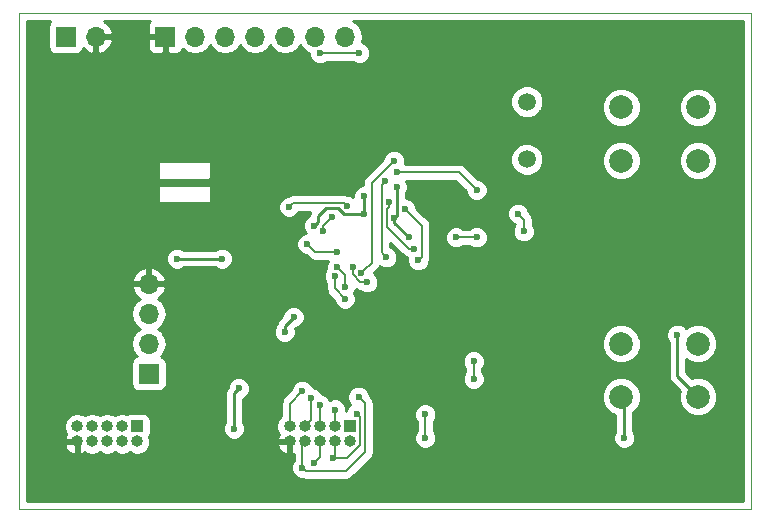
<source format=gbr>
G04 #@! TF.FileFunction,Copper,L2,Bot,Signal*
%FSLAX46Y46*%
G04 Gerber Fmt 4.6, Leading zero omitted, Abs format (unit mm)*
G04 Created by KiCad (PCBNEW 4.0.7) date 06/22/18 13:57:38*
%MOMM*%
%LPD*%
G01*
G04 APERTURE LIST*
%ADD10C,0.100000*%
%ADD11R,1.000000X1.000000*%
%ADD12O,1.000000X1.000000*%
%ADD13R,1.700000X1.700000*%
%ADD14O,1.700000X1.700000*%
%ADD15C,2.000000*%
%ADD16C,1.500000*%
%ADD17C,0.600000*%
%ADD18C,0.220000*%
%ADD19C,0.203000*%
%ADD20C,0.254000*%
G04 APERTURE END LIST*
D10*
X112000000Y-40000000D02*
X50000000Y-40000000D01*
X112000000Y-82000000D02*
X112000000Y-40000000D01*
X50000000Y-82000000D02*
X112000000Y-82000000D01*
X50000000Y-40000000D02*
X50000000Y-82000000D01*
D11*
X60000000Y-75000000D03*
D12*
X60000000Y-76270000D03*
X58730000Y-75000000D03*
X58730000Y-76270000D03*
X57460000Y-75000000D03*
X57460000Y-76270000D03*
X56190000Y-75000000D03*
X56190000Y-76270000D03*
X54920000Y-75000000D03*
X54920000Y-76270000D03*
D13*
X61000000Y-70540000D03*
D14*
X61000000Y-68000000D03*
X61000000Y-65460000D03*
X61000000Y-62920000D03*
D11*
X78000000Y-75000000D03*
D12*
X78000000Y-76270000D03*
X76730000Y-75000000D03*
X76730000Y-76270000D03*
X75460000Y-75000000D03*
X75460000Y-76270000D03*
X74190000Y-75000000D03*
X74190000Y-76270000D03*
X72920000Y-75000000D03*
X72920000Y-76270000D03*
D13*
X53960000Y-42000000D03*
D14*
X56500000Y-42000000D03*
D15*
X101000000Y-52500000D03*
X101000000Y-48000000D03*
X107500000Y-52500000D03*
X107500000Y-48000000D03*
X101000000Y-72500000D03*
X101000000Y-68000000D03*
X107500000Y-72500000D03*
X107500000Y-68000000D03*
D13*
X62380000Y-42000000D03*
D14*
X64920000Y-42000000D03*
X67460000Y-42000000D03*
X70000000Y-42000000D03*
X72540000Y-42000000D03*
X75080000Y-42000000D03*
X77620000Y-42000000D03*
D16*
X93000000Y-47520000D03*
X93000000Y-52400000D03*
D17*
X84800000Y-79600000D03*
X84600000Y-80800000D03*
X83800000Y-69200000D03*
X85800000Y-69400000D03*
X70960010Y-70000000D03*
X81015906Y-63483377D03*
X87000000Y-60500000D03*
X73750000Y-50750000D03*
X75000000Y-50750000D03*
X59250000Y-46250000D03*
X59250000Y-43000000D03*
X59250000Y-44750000D03*
X77393977Y-52250342D03*
X79000000Y-52250000D03*
X57500000Y-55500000D03*
X52750000Y-47500000D03*
X80721969Y-61750000D03*
X85500000Y-58500000D03*
X66375000Y-70000000D03*
X63500000Y-69000000D03*
X66500000Y-68000000D03*
X57500000Y-58750000D03*
X57500000Y-57000000D03*
X56750000Y-57750000D03*
X54500000Y-49250000D03*
X54500000Y-46250000D03*
X87000000Y-46000000D03*
X85250000Y-46000000D03*
X85250000Y-47500000D03*
X85250000Y-49000000D03*
X87000000Y-49000000D03*
X85500000Y-54500000D03*
X72250000Y-62750000D03*
X72500000Y-64000000D03*
X73500000Y-62500000D03*
X74000000Y-56999998D03*
X72500000Y-48750000D03*
X91250000Y-48750000D03*
X91750000Y-50750000D03*
X109250000Y-74250000D03*
X110750000Y-74250000D03*
X110000000Y-73500000D03*
X96750000Y-81000000D03*
X96750000Y-79500000D03*
X92750000Y-81000000D03*
X92750000Y-80000000D03*
X91000000Y-80000000D03*
X68200000Y-75200000D03*
X68600000Y-71800000D03*
X81771920Y-57406018D03*
X73250000Y-65750000D03*
X72500000Y-67000000D03*
X105750000Y-67250000D03*
X101250000Y-76000000D03*
X79250000Y-55500000D03*
X79250000Y-57000000D03*
X75000000Y-58000000D03*
X83000000Y-59000000D03*
X82000000Y-54750000D03*
X63400000Y-60800000D03*
X67200000Y-60800000D03*
X79000000Y-62000000D03*
X81750000Y-52500000D03*
X79486979Y-62805115D03*
X78250000Y-61500000D03*
X76730376Y-62294159D03*
X77600000Y-64200000D03*
X76500000Y-57250000D03*
X75750000Y-58500000D03*
X75000000Y-78093042D03*
X77598490Y-63166932D03*
X76933714Y-61520420D03*
X74389996Y-59575984D03*
X76916032Y-60250000D03*
X88750000Y-55000000D03*
X82000000Y-53500000D03*
X92250000Y-57000000D03*
X92750000Y-58500000D03*
X84400000Y-76000000D03*
X84400000Y-74000000D03*
X81110010Y-60689414D03*
X81000000Y-54250000D03*
X88500000Y-69500000D03*
X88500000Y-71000000D03*
X72867059Y-56429518D03*
X77806343Y-56389990D03*
X81351510Y-55980337D03*
X83448489Y-59994438D03*
X82708754Y-56601963D03*
X83806343Y-60943657D03*
X88750000Y-59000000D03*
X87000000Y-59000000D03*
X75500000Y-43425000D03*
X78825000Y-43400000D03*
X76756407Y-73579983D03*
X78589171Y-73939835D03*
X76556937Y-77690012D03*
X75484430Y-73176978D03*
X74752607Y-72592470D03*
X78750000Y-72500000D03*
X74000000Y-78500000D03*
X74000000Y-72000000D03*
D18*
X84600000Y-80800000D02*
X84600000Y-79800000D01*
X84600000Y-79800000D02*
X84800000Y-79600000D01*
X85800000Y-69400000D02*
X84000000Y-69400000D01*
X84000000Y-69400000D02*
X83800000Y-69200000D01*
X75000000Y-50750000D02*
X73750000Y-50750000D01*
X59250000Y-44750000D02*
X59250000Y-43000000D01*
X56750000Y-57750000D02*
X57500000Y-57000000D01*
X85250000Y-47500000D02*
X85250000Y-46000000D01*
X87000000Y-49000000D02*
X85250000Y-49000000D01*
X73500000Y-62500000D02*
X73500000Y-63000000D01*
X73500000Y-63000000D02*
X72500000Y-64000000D01*
X72500000Y-48750000D02*
X72500000Y-49500000D01*
X72500000Y-49500000D02*
X73750000Y-50750000D01*
X91750000Y-50750000D02*
X91750000Y-49250000D01*
X91750000Y-49250000D02*
X91250000Y-48750000D01*
X110750000Y-74250000D02*
X109250000Y-74250000D01*
X96750000Y-79500000D02*
X96750000Y-81000000D01*
X91000000Y-80000000D02*
X92750000Y-80000000D01*
X68600000Y-71800000D02*
X68200000Y-72200000D01*
X68200000Y-72200000D02*
X68200000Y-75200000D01*
X81771920Y-57771920D02*
X81771920Y-57406018D01*
X82000000Y-57177938D02*
X81771920Y-57406018D01*
X82000000Y-54750000D02*
X82000000Y-57177938D01*
X83000000Y-59000000D02*
X81771920Y-57771920D01*
X72500000Y-67000000D02*
X72500000Y-66500000D01*
X72500000Y-66500000D02*
X73250000Y-65750000D01*
X107500000Y-72500000D02*
X105750000Y-70750000D01*
X105750000Y-70750000D02*
X105750000Y-67250000D01*
X101250000Y-76000000D02*
X101250000Y-72750000D01*
X101250000Y-72750000D02*
X101000000Y-72500000D01*
X79250000Y-55500000D02*
X79250000Y-57000000D01*
X77500000Y-57000000D02*
X79250000Y-57000000D01*
X77000000Y-56500000D02*
X77500000Y-57000000D01*
X76000000Y-56500000D02*
X77000000Y-56500000D01*
X75299999Y-57200001D02*
X76000000Y-56500000D01*
X75299999Y-57700001D02*
X75299999Y-57200001D01*
X75000000Y-58000000D02*
X75299999Y-57700001D01*
X67200000Y-60800000D02*
X63400000Y-60800000D01*
D19*
X79596987Y-61414789D02*
X79585211Y-61414789D01*
X79585211Y-61414789D02*
X79000000Y-62000000D01*
X81750000Y-52500000D02*
X79851502Y-54398498D01*
X79851502Y-61160274D02*
X79596987Y-61414789D01*
X79851502Y-54398498D02*
X79851502Y-61160274D01*
X79062715Y-62805115D02*
X79486979Y-62805115D01*
X78250000Y-62140224D02*
X78914891Y-62805115D01*
X78914891Y-62805115D02*
X79062715Y-62805115D01*
X78250000Y-61500000D02*
X78250000Y-62140224D01*
X77600000Y-64200000D02*
X76730376Y-63330376D01*
X76730376Y-63330376D02*
X76730376Y-62718423D01*
X76730376Y-62718423D02*
X76730376Y-62294159D01*
X75750000Y-58500000D02*
X75750000Y-58000000D01*
X75750000Y-58000000D02*
X76500000Y-57250000D01*
X75460000Y-77633042D02*
X75000000Y-78093042D01*
X75460000Y-76270000D02*
X75460000Y-77633042D01*
X77598490Y-62185196D02*
X77233713Y-61820419D01*
X77233713Y-61820419D02*
X76933714Y-61520420D01*
X77598490Y-63166932D02*
X77598490Y-62185196D01*
X74689995Y-59875983D02*
X74389996Y-59575984D01*
X76916032Y-60250000D02*
X75064012Y-60250000D01*
X75064012Y-60250000D02*
X74689995Y-59875983D01*
X87250000Y-53500000D02*
X88750000Y-55000000D01*
X86500000Y-53500000D02*
X87250000Y-53500000D01*
X82000000Y-53500000D02*
X86500000Y-53500000D01*
X92750000Y-58500000D02*
X92750000Y-57500000D01*
X92750000Y-57500000D02*
X92250000Y-57000000D01*
X84400000Y-74000000D02*
X84400000Y-76000000D01*
X81000000Y-54250000D02*
X80700001Y-54549999D01*
X80810011Y-60389415D02*
X81110010Y-60689414D01*
X80700001Y-54549999D02*
X80700001Y-60279405D01*
X80700001Y-60279405D02*
X80810011Y-60389415D01*
X88500000Y-71000000D02*
X88500000Y-69500000D01*
X73167058Y-56129519D02*
X72867059Y-56429518D01*
X73208087Y-56088490D02*
X73167058Y-56129519D01*
X77504843Y-56088490D02*
X73208087Y-56088490D01*
X77806343Y-56389990D02*
X77504843Y-56088490D01*
X81153011Y-58123224D02*
X81153011Y-56603100D01*
X83448489Y-59994438D02*
X83024225Y-59994438D01*
X81153011Y-56603100D02*
X81351510Y-56404601D01*
X83024225Y-59994438D02*
X81153011Y-58123224D01*
X81351510Y-56404601D02*
X81351510Y-55980337D01*
X82708754Y-56641244D02*
X82708754Y-56601963D01*
X82549999Y-56799999D02*
X82708754Y-56641244D01*
X83008753Y-56901962D02*
X82708754Y-56601963D01*
X84106342Y-57999551D02*
X83008753Y-56901962D01*
X83806343Y-60943657D02*
X84106342Y-60643658D01*
X84106342Y-60643658D02*
X84106342Y-57999551D01*
X87000000Y-59000000D02*
X88750000Y-59000000D01*
X78825000Y-43400000D02*
X75525000Y-43400000D01*
X75525000Y-43400000D02*
X75500000Y-43425000D01*
X76730000Y-75000000D02*
X76730000Y-73606390D01*
X76730000Y-73606390D02*
X76756407Y-73579983D01*
X78889170Y-74239834D02*
X78589171Y-73939835D01*
X78889170Y-76567052D02*
X78889170Y-74239834D01*
X76556937Y-77690012D02*
X77766210Y-77690012D01*
X77766210Y-77690012D02*
X78889170Y-76567052D01*
X76730000Y-77516949D02*
X76556937Y-77690012D01*
X76730000Y-76270000D02*
X76730000Y-77516949D01*
X75460000Y-73201408D02*
X75484430Y-73176978D01*
X75460000Y-75000000D02*
X75460000Y-73201408D01*
X74752607Y-73016734D02*
X74752607Y-72592470D01*
X74752607Y-74437393D02*
X74752607Y-73016734D01*
X74190000Y-75000000D02*
X74752607Y-74437393D01*
X79292178Y-73402188D02*
X79292178Y-73042178D01*
X79292178Y-73042178D02*
X78750000Y-72500000D01*
X79292178Y-77207822D02*
X79292178Y-73402188D01*
X77700001Y-78799999D02*
X79292178Y-77207822D01*
X74299999Y-78799999D02*
X77700001Y-78799999D01*
X74000000Y-78500000D02*
X74299999Y-78799999D01*
X74000000Y-78500000D02*
X74000000Y-76460000D01*
X74000000Y-76460000D02*
X74190000Y-76270000D01*
X74000000Y-72000000D02*
X72920000Y-73080000D01*
X72920000Y-73080000D02*
X72920000Y-75000000D01*
D20*
G36*
X52658559Y-40685910D02*
X52513569Y-40898110D01*
X52462560Y-41150000D01*
X52462560Y-42850000D01*
X52506838Y-43085317D01*
X52645910Y-43301441D01*
X52858110Y-43446431D01*
X53110000Y-43497440D01*
X54810000Y-43497440D01*
X55045317Y-43453162D01*
X55261441Y-43314090D01*
X55406431Y-43101890D01*
X55428301Y-42993893D01*
X55733076Y-43271645D01*
X56143110Y-43441476D01*
X56373000Y-43320155D01*
X56373000Y-42127000D01*
X56627000Y-42127000D01*
X56627000Y-43320155D01*
X56856890Y-43441476D01*
X57266924Y-43271645D01*
X57695183Y-42881358D01*
X57941486Y-42356892D01*
X57904145Y-42285750D01*
X60895000Y-42285750D01*
X60895000Y-42976309D01*
X60991673Y-43209698D01*
X61170301Y-43388327D01*
X61403690Y-43485000D01*
X62094250Y-43485000D01*
X62253000Y-43326250D01*
X62253000Y-42127000D01*
X61053750Y-42127000D01*
X60895000Y-42285750D01*
X57904145Y-42285750D01*
X57820819Y-42127000D01*
X56627000Y-42127000D01*
X56373000Y-42127000D01*
X56353000Y-42127000D01*
X56353000Y-41873000D01*
X56373000Y-41873000D01*
X56373000Y-41853000D01*
X56627000Y-41853000D01*
X56627000Y-41873000D01*
X57820819Y-41873000D01*
X57941486Y-41643108D01*
X57695183Y-41118642D01*
X57266924Y-40728355D01*
X57162249Y-40685000D01*
X61096974Y-40685000D01*
X60991673Y-40790302D01*
X60895000Y-41023691D01*
X60895000Y-41714250D01*
X61053750Y-41873000D01*
X62253000Y-41873000D01*
X62253000Y-41853000D01*
X62507000Y-41853000D01*
X62507000Y-41873000D01*
X62527000Y-41873000D01*
X62527000Y-42127000D01*
X62507000Y-42127000D01*
X62507000Y-43326250D01*
X62665750Y-43485000D01*
X63356310Y-43485000D01*
X63589699Y-43388327D01*
X63768327Y-43209698D01*
X63840597Y-43035223D01*
X63869946Y-43079147D01*
X64351715Y-43401054D01*
X64920000Y-43514093D01*
X65488285Y-43401054D01*
X65970054Y-43079147D01*
X66190000Y-42749974D01*
X66409946Y-43079147D01*
X66891715Y-43401054D01*
X67460000Y-43514093D01*
X68028285Y-43401054D01*
X68510054Y-43079147D01*
X68730000Y-42749974D01*
X68949946Y-43079147D01*
X69431715Y-43401054D01*
X70000000Y-43514093D01*
X70568285Y-43401054D01*
X71050054Y-43079147D01*
X71270000Y-42749974D01*
X71489946Y-43079147D01*
X71971715Y-43401054D01*
X72540000Y-43514093D01*
X73108285Y-43401054D01*
X73590054Y-43079147D01*
X73810000Y-42749974D01*
X74029946Y-43079147D01*
X74511715Y-43401054D01*
X74565011Y-43411655D01*
X74564838Y-43610167D01*
X74706883Y-43953943D01*
X74969673Y-44217192D01*
X75313201Y-44359838D01*
X75685167Y-44360162D01*
X76028943Y-44218117D01*
X76110703Y-44136500D01*
X78239078Y-44136500D01*
X78294673Y-44192192D01*
X78638201Y-44334838D01*
X79010167Y-44335162D01*
X79353943Y-44193117D01*
X79617192Y-43930327D01*
X79759838Y-43586799D01*
X79760162Y-43214833D01*
X79618117Y-42871057D01*
X79355327Y-42607808D01*
X79017767Y-42467640D01*
X79105000Y-42029093D01*
X79105000Y-41970907D01*
X78991961Y-41402622D01*
X78670054Y-40920853D01*
X78317074Y-40685000D01*
X111315000Y-40685000D01*
X111315000Y-81315000D01*
X50685000Y-81315000D01*
X50685000Y-76571877D01*
X53825868Y-76571877D01*
X54024677Y-76967604D01*
X54359791Y-77257127D01*
X54618126Y-77364119D01*
X54793000Y-77237954D01*
X54793000Y-76397000D01*
X53950865Y-76397000D01*
X53825868Y-76571877D01*
X50685000Y-76571877D01*
X50685000Y-74977764D01*
X53785000Y-74977764D01*
X53785000Y-75022236D01*
X53871397Y-75456582D01*
X53992104Y-75637232D01*
X53825868Y-75968123D01*
X53950865Y-76143000D01*
X54793000Y-76143000D01*
X54793000Y-76131974D01*
X54920000Y-76157236D01*
X55047000Y-76131974D01*
X55047000Y-76143000D01*
X55067000Y-76143000D01*
X55067000Y-76187436D01*
X55055000Y-76247764D01*
X55055000Y-76292236D01*
X55067000Y-76352564D01*
X55067000Y-76397000D01*
X55047000Y-76397000D01*
X55047000Y-77237954D01*
X55221874Y-77364119D01*
X55480209Y-77257127D01*
X55545696Y-77200549D01*
X55755654Y-77340839D01*
X56190000Y-77427236D01*
X56624346Y-77340839D01*
X56825000Y-77206766D01*
X57025654Y-77340839D01*
X57460000Y-77427236D01*
X57894346Y-77340839D01*
X58095000Y-77206766D01*
X58295654Y-77340839D01*
X58730000Y-77427236D01*
X59164346Y-77340839D01*
X59365000Y-77206766D01*
X59565654Y-77340839D01*
X60000000Y-77427236D01*
X60434346Y-77340839D01*
X60802566Y-77094802D01*
X61048603Y-76726582D01*
X61079375Y-76571877D01*
X71825868Y-76571877D01*
X72024677Y-76967604D01*
X72359791Y-77257127D01*
X72618126Y-77364119D01*
X72793000Y-77237954D01*
X72793000Y-76397000D01*
X71950865Y-76397000D01*
X71825868Y-76571877D01*
X61079375Y-76571877D01*
X61135000Y-76292236D01*
X61135000Y-76247764D01*
X61049908Y-75819979D01*
X61096431Y-75751890D01*
X61147440Y-75500000D01*
X61147440Y-75385167D01*
X67264838Y-75385167D01*
X67406883Y-75728943D01*
X67669673Y-75992192D01*
X68013201Y-76134838D01*
X68385167Y-76135162D01*
X68728943Y-75993117D01*
X68992192Y-75730327D01*
X69134838Y-75386799D01*
X69135162Y-75014833D01*
X69119846Y-74977764D01*
X71785000Y-74977764D01*
X71785000Y-75022236D01*
X71871397Y-75456582D01*
X71992104Y-75637232D01*
X71825868Y-75968123D01*
X71950865Y-76143000D01*
X72793000Y-76143000D01*
X72793000Y-76131974D01*
X72920000Y-76157236D01*
X73047000Y-76131974D01*
X73047000Y-76143000D01*
X73067000Y-76143000D01*
X73067000Y-76187436D01*
X73055000Y-76247764D01*
X73055000Y-76292236D01*
X73067000Y-76352564D01*
X73067000Y-76397000D01*
X73047000Y-76397000D01*
X73047000Y-77237954D01*
X73221874Y-77364119D01*
X73263500Y-77346879D01*
X73263500Y-77914078D01*
X73207808Y-77969673D01*
X73065162Y-78313201D01*
X73064838Y-78685167D01*
X73206883Y-79028943D01*
X73469673Y-79292192D01*
X73813201Y-79434838D01*
X73950089Y-79434957D01*
X74018153Y-79480436D01*
X74299999Y-79536499D01*
X77700001Y-79536499D01*
X77981847Y-79480436D01*
X78220785Y-79320783D01*
X79812962Y-77728606D01*
X79972615Y-77489669D01*
X80028678Y-77207822D01*
X80028678Y-74185167D01*
X83464838Y-74185167D01*
X83606883Y-74528943D01*
X83663500Y-74585659D01*
X83663500Y-75414078D01*
X83607808Y-75469673D01*
X83465162Y-75813201D01*
X83464838Y-76185167D01*
X83606883Y-76528943D01*
X83869673Y-76792192D01*
X84213201Y-76934838D01*
X84585167Y-76935162D01*
X84928943Y-76793117D01*
X85192192Y-76530327D01*
X85334838Y-76186799D01*
X85335162Y-75814833D01*
X85193117Y-75471057D01*
X85136500Y-75414341D01*
X85136500Y-74585922D01*
X85192192Y-74530327D01*
X85334838Y-74186799D01*
X85335162Y-73814833D01*
X85193117Y-73471057D01*
X84930327Y-73207808D01*
X84586799Y-73065162D01*
X84214833Y-73064838D01*
X83871057Y-73206883D01*
X83607808Y-73469673D01*
X83465162Y-73813201D01*
X83464838Y-74185167D01*
X80028678Y-74185167D01*
X80028678Y-73042178D01*
X79985239Y-72823795D01*
X99364716Y-72823795D01*
X99613106Y-73424943D01*
X100072637Y-73885278D01*
X100505000Y-74064810D01*
X100505000Y-75422563D01*
X100457808Y-75469673D01*
X100315162Y-75813201D01*
X100314838Y-76185167D01*
X100456883Y-76528943D01*
X100719673Y-76792192D01*
X101063201Y-76934838D01*
X101435167Y-76935162D01*
X101778943Y-76793117D01*
X102042192Y-76530327D01*
X102184838Y-76186799D01*
X102185162Y-75814833D01*
X102043117Y-75471057D01*
X101995000Y-75422856D01*
X101995000Y-73816959D01*
X102385278Y-73427363D01*
X102634716Y-72826648D01*
X102635284Y-72176205D01*
X102386894Y-71575057D01*
X101927363Y-71114722D01*
X101326648Y-70865284D01*
X100676205Y-70864716D01*
X100075057Y-71113106D01*
X99614722Y-71572637D01*
X99365284Y-72173352D01*
X99364716Y-72823795D01*
X79985239Y-72823795D01*
X79972615Y-72760332D01*
X79812962Y-72521394D01*
X79685093Y-72393525D01*
X79685162Y-72314833D01*
X79543117Y-71971057D01*
X79280327Y-71707808D01*
X78936799Y-71565162D01*
X78564833Y-71564838D01*
X78221057Y-71706883D01*
X77957808Y-71969673D01*
X77815162Y-72313201D01*
X77814838Y-72685167D01*
X77956883Y-73028943D01*
X78070299Y-73142557D01*
X78060228Y-73146718D01*
X77796979Y-73409508D01*
X77691335Y-73663927D01*
X77691569Y-73394816D01*
X77549524Y-73051040D01*
X77286734Y-72787791D01*
X76943206Y-72645145D01*
X76571240Y-72644821D01*
X76319242Y-72748944D01*
X76277547Y-72648035D01*
X76014757Y-72384786D01*
X75671229Y-72242140D01*
X75619507Y-72242095D01*
X75545724Y-72063527D01*
X75282934Y-71800278D01*
X74939406Y-71657632D01*
X74870183Y-71657572D01*
X74793117Y-71471057D01*
X74530327Y-71207808D01*
X74186799Y-71065162D01*
X73814833Y-71064838D01*
X73471057Y-71206883D01*
X73207808Y-71469673D01*
X73065162Y-71813201D01*
X73065092Y-71893340D01*
X72399216Y-72559216D01*
X72239563Y-72798154D01*
X72183500Y-73080000D01*
X72183500Y-74131054D01*
X72117434Y-74175198D01*
X71871397Y-74543418D01*
X71785000Y-74977764D01*
X69119846Y-74977764D01*
X68993117Y-74671057D01*
X68945000Y-74622856D01*
X68945000Y-72669121D01*
X69128943Y-72593117D01*
X69392192Y-72330327D01*
X69534838Y-71986799D01*
X69535162Y-71614833D01*
X69393117Y-71271057D01*
X69130327Y-71007808D01*
X68786799Y-70865162D01*
X68414833Y-70864838D01*
X68071057Y-71006883D01*
X67807808Y-71269673D01*
X67665162Y-71613201D01*
X67665099Y-71685336D01*
X67511710Y-71914901D01*
X67454999Y-72200000D01*
X67455000Y-72200005D01*
X67455000Y-74622563D01*
X67407808Y-74669673D01*
X67265162Y-75013201D01*
X67264838Y-75385167D01*
X61147440Y-75385167D01*
X61147440Y-74500000D01*
X61103162Y-74264683D01*
X60964090Y-74048559D01*
X60751890Y-73903569D01*
X60500000Y-73852560D01*
X59500000Y-73852560D01*
X59264683Y-73896838D01*
X59188927Y-73945586D01*
X59164346Y-73929161D01*
X58730000Y-73842764D01*
X58295654Y-73929161D01*
X58095000Y-74063234D01*
X57894346Y-73929161D01*
X57460000Y-73842764D01*
X57025654Y-73929161D01*
X56825000Y-74063234D01*
X56624346Y-73929161D01*
X56190000Y-73842764D01*
X55755654Y-73929161D01*
X55555000Y-74063234D01*
X55354346Y-73929161D01*
X54920000Y-73842764D01*
X54485654Y-73929161D01*
X54117434Y-74175198D01*
X53871397Y-74543418D01*
X53785000Y-74977764D01*
X50685000Y-74977764D01*
X50685000Y-65460000D01*
X59485907Y-65460000D01*
X59598946Y-66028285D01*
X59920853Y-66510054D01*
X60250026Y-66730000D01*
X59920853Y-66949946D01*
X59598946Y-67431715D01*
X59485907Y-68000000D01*
X59598946Y-68568285D01*
X59920853Y-69050054D01*
X59962452Y-69077850D01*
X59914683Y-69086838D01*
X59698559Y-69225910D01*
X59553569Y-69438110D01*
X59502560Y-69690000D01*
X59502560Y-71390000D01*
X59546838Y-71625317D01*
X59685910Y-71841441D01*
X59898110Y-71986431D01*
X60150000Y-72037440D01*
X61850000Y-72037440D01*
X62085317Y-71993162D01*
X62301441Y-71854090D01*
X62446431Y-71641890D01*
X62497440Y-71390000D01*
X62497440Y-69690000D01*
X62496531Y-69685167D01*
X87564838Y-69685167D01*
X87706883Y-70028943D01*
X87763500Y-70085659D01*
X87763500Y-70414078D01*
X87707808Y-70469673D01*
X87565162Y-70813201D01*
X87564838Y-71185167D01*
X87706883Y-71528943D01*
X87969673Y-71792192D01*
X88313201Y-71934838D01*
X88685167Y-71935162D01*
X89028943Y-71793117D01*
X89292192Y-71530327D01*
X89434838Y-71186799D01*
X89435162Y-70814833D01*
X89293117Y-70471057D01*
X89236500Y-70414341D01*
X89236500Y-70085922D01*
X89292192Y-70030327D01*
X89434838Y-69686799D01*
X89435162Y-69314833D01*
X89293117Y-68971057D01*
X89030327Y-68707808D01*
X88686799Y-68565162D01*
X88314833Y-68564838D01*
X87971057Y-68706883D01*
X87707808Y-68969673D01*
X87565162Y-69313201D01*
X87564838Y-69685167D01*
X62496531Y-69685167D01*
X62453162Y-69454683D01*
X62314090Y-69238559D01*
X62101890Y-69093569D01*
X62034459Y-69079914D01*
X62079147Y-69050054D01*
X62401054Y-68568285D01*
X62449686Y-68323795D01*
X99364716Y-68323795D01*
X99613106Y-68924943D01*
X100072637Y-69385278D01*
X100673352Y-69634716D01*
X101323795Y-69635284D01*
X101924943Y-69386894D01*
X102385278Y-68927363D01*
X102634716Y-68326648D01*
X102635284Y-67676205D01*
X102535689Y-67435167D01*
X104814838Y-67435167D01*
X104956883Y-67778943D01*
X105005000Y-67827144D01*
X105005000Y-70749995D01*
X105004999Y-70750000D01*
X105061710Y-71035099D01*
X105223205Y-71276795D01*
X105939949Y-71993538D01*
X105865284Y-72173352D01*
X105864716Y-72823795D01*
X106113106Y-73424943D01*
X106572637Y-73885278D01*
X107173352Y-74134716D01*
X107823795Y-74135284D01*
X108424943Y-73886894D01*
X108885278Y-73427363D01*
X109134716Y-72826648D01*
X109135284Y-72176205D01*
X108886894Y-71575057D01*
X108427363Y-71114722D01*
X107826648Y-70865284D01*
X107176205Y-70864716D01*
X106993711Y-70940121D01*
X106495000Y-70441410D01*
X106495000Y-69307505D01*
X106572637Y-69385278D01*
X107173352Y-69634716D01*
X107823795Y-69635284D01*
X108424943Y-69386894D01*
X108885278Y-68927363D01*
X109134716Y-68326648D01*
X109135284Y-67676205D01*
X108886894Y-67075057D01*
X108427363Y-66614722D01*
X107826648Y-66365284D01*
X107176205Y-66364716D01*
X106575057Y-66613106D01*
X106505084Y-66682957D01*
X106280327Y-66457808D01*
X105936799Y-66315162D01*
X105564833Y-66314838D01*
X105221057Y-66456883D01*
X104957808Y-66719673D01*
X104815162Y-67063201D01*
X104814838Y-67435167D01*
X102535689Y-67435167D01*
X102386894Y-67075057D01*
X101927363Y-66614722D01*
X101326648Y-66365284D01*
X100676205Y-66364716D01*
X100075057Y-66613106D01*
X99614722Y-67072637D01*
X99365284Y-67673352D01*
X99364716Y-68323795D01*
X62449686Y-68323795D01*
X62514093Y-68000000D01*
X62401054Y-67431715D01*
X62236317Y-67185167D01*
X71564838Y-67185167D01*
X71706883Y-67528943D01*
X71969673Y-67792192D01*
X72313201Y-67934838D01*
X72685167Y-67935162D01*
X73028943Y-67793117D01*
X73292192Y-67530327D01*
X73434838Y-67186799D01*
X73435162Y-66814833D01*
X73381564Y-66685115D01*
X73435167Y-66685162D01*
X73778943Y-66543117D01*
X74042192Y-66280327D01*
X74184838Y-65936799D01*
X74185162Y-65564833D01*
X74043117Y-65221057D01*
X73780327Y-64957808D01*
X73436799Y-64815162D01*
X73064833Y-64814838D01*
X72721057Y-64956883D01*
X72457808Y-65219673D01*
X72315162Y-65563201D01*
X72315103Y-65631308D01*
X71973205Y-65973205D01*
X71811710Y-66214901D01*
X71774219Y-66403378D01*
X71707808Y-66469673D01*
X71565162Y-66813201D01*
X71564838Y-67185167D01*
X62236317Y-67185167D01*
X62079147Y-66949946D01*
X61749974Y-66730000D01*
X62079147Y-66510054D01*
X62401054Y-66028285D01*
X62514093Y-65460000D01*
X62401054Y-64891715D01*
X62079147Y-64409946D01*
X61738447Y-64182298D01*
X61881358Y-64115183D01*
X62271645Y-63686924D01*
X62441476Y-63276890D01*
X62320155Y-63047000D01*
X61127000Y-63047000D01*
X61127000Y-63067000D01*
X60873000Y-63067000D01*
X60873000Y-63047000D01*
X59679845Y-63047000D01*
X59558524Y-63276890D01*
X59728355Y-63686924D01*
X60118642Y-64115183D01*
X60261553Y-64182298D01*
X59920853Y-64409946D01*
X59598946Y-64891715D01*
X59485907Y-65460000D01*
X50685000Y-65460000D01*
X50685000Y-62563110D01*
X59558524Y-62563110D01*
X59679845Y-62793000D01*
X60873000Y-62793000D01*
X60873000Y-61599181D01*
X61127000Y-61599181D01*
X61127000Y-62793000D01*
X62320155Y-62793000D01*
X62441476Y-62563110D01*
X62271645Y-62153076D01*
X61881358Y-61724817D01*
X61356892Y-61478514D01*
X61127000Y-61599181D01*
X60873000Y-61599181D01*
X60643108Y-61478514D01*
X60118642Y-61724817D01*
X59728355Y-62153076D01*
X59558524Y-62563110D01*
X50685000Y-62563110D01*
X50685000Y-60985167D01*
X62464838Y-60985167D01*
X62606883Y-61328943D01*
X62869673Y-61592192D01*
X63213201Y-61734838D01*
X63585167Y-61735162D01*
X63928943Y-61593117D01*
X63977144Y-61545000D01*
X66622563Y-61545000D01*
X66669673Y-61592192D01*
X67013201Y-61734838D01*
X67385167Y-61735162D01*
X67728943Y-61593117D01*
X67992192Y-61330327D01*
X68134838Y-60986799D01*
X68135162Y-60614833D01*
X67993117Y-60271057D01*
X67730327Y-60007808D01*
X67386799Y-59865162D01*
X67014833Y-59864838D01*
X66671057Y-60006883D01*
X66622856Y-60055000D01*
X63977437Y-60055000D01*
X63930327Y-60007808D01*
X63586799Y-59865162D01*
X63214833Y-59864838D01*
X62871057Y-60006883D01*
X62607808Y-60269673D01*
X62465162Y-60613201D01*
X62464838Y-60985167D01*
X50685000Y-60985167D01*
X50685000Y-56614685D01*
X71931897Y-56614685D01*
X72073942Y-56958461D01*
X72336732Y-57221710D01*
X72680260Y-57364356D01*
X73052226Y-57364680D01*
X73396002Y-57222635D01*
X73659251Y-56959845D01*
X73715248Y-56824990D01*
X74671786Y-56824990D01*
X74611709Y-56914902D01*
X74561023Y-57169710D01*
X74471057Y-57206883D01*
X74207808Y-57469673D01*
X74065162Y-57813201D01*
X74064838Y-58185167D01*
X74206883Y-58528943D01*
X74318666Y-58640921D01*
X74204829Y-58640822D01*
X73861053Y-58782867D01*
X73597804Y-59045657D01*
X73455158Y-59389185D01*
X73454834Y-59761151D01*
X73596879Y-60104927D01*
X73859669Y-60368176D01*
X74203197Y-60510822D01*
X74283336Y-60510892D01*
X74543228Y-60770784D01*
X74782166Y-60930437D01*
X75064012Y-60986500D01*
X76145121Y-60986500D01*
X76141522Y-60990093D01*
X75998876Y-61333621D01*
X75998554Y-61703568D01*
X75938184Y-61763832D01*
X75795538Y-62107360D01*
X75795214Y-62479326D01*
X75937259Y-62823102D01*
X75993876Y-62879818D01*
X75993876Y-63330376D01*
X76049939Y-63612222D01*
X76209592Y-63851160D01*
X76664907Y-64306475D01*
X76664838Y-64385167D01*
X76806883Y-64728943D01*
X77069673Y-64992192D01*
X77413201Y-65134838D01*
X77785167Y-65135162D01*
X78128943Y-64993117D01*
X78392192Y-64730327D01*
X78534838Y-64386799D01*
X78535162Y-64014833D01*
X78397329Y-63681251D01*
X78512137Y-63404764D01*
X78633045Y-63485552D01*
X78897630Y-63538181D01*
X78956652Y-63597307D01*
X79300180Y-63739953D01*
X79672146Y-63740277D01*
X80015922Y-63598232D01*
X80279171Y-63335442D01*
X80421817Y-62991914D01*
X80422141Y-62619948D01*
X80280096Y-62276172D01*
X80022971Y-62018597D01*
X80082282Y-61959286D01*
X80117771Y-61935573D01*
X80372286Y-61681058D01*
X80531939Y-61442120D01*
X80533323Y-61435165D01*
X80579683Y-61481606D01*
X80923211Y-61624252D01*
X81295177Y-61624576D01*
X81638953Y-61482531D01*
X81902202Y-61219741D01*
X82044848Y-60876213D01*
X82045172Y-60504247D01*
X81903127Y-60160471D01*
X81640337Y-59897222D01*
X81436501Y-59812581D01*
X81436501Y-59448282D01*
X82503441Y-60515222D01*
X82742378Y-60674875D01*
X82822514Y-60690815D01*
X82876481Y-60744876D01*
X82871505Y-60756858D01*
X82871181Y-61128824D01*
X83013226Y-61472600D01*
X83276016Y-61735849D01*
X83619544Y-61878495D01*
X83991510Y-61878819D01*
X84335286Y-61736774D01*
X84598535Y-61473984D01*
X84741181Y-61130456D01*
X84741300Y-60993568D01*
X84786779Y-60925504D01*
X84842842Y-60643658D01*
X84842842Y-59185167D01*
X86064838Y-59185167D01*
X86206883Y-59528943D01*
X86469673Y-59792192D01*
X86813201Y-59934838D01*
X87185167Y-59935162D01*
X87528943Y-59793117D01*
X87585659Y-59736500D01*
X88164078Y-59736500D01*
X88219673Y-59792192D01*
X88563201Y-59934838D01*
X88935167Y-59935162D01*
X89278943Y-59793117D01*
X89542192Y-59530327D01*
X89684838Y-59186799D01*
X89685162Y-58814833D01*
X89543117Y-58471057D01*
X89280327Y-58207808D01*
X88936799Y-58065162D01*
X88564833Y-58064838D01*
X88221057Y-58206883D01*
X88164341Y-58263500D01*
X87585922Y-58263500D01*
X87530327Y-58207808D01*
X87186799Y-58065162D01*
X86814833Y-58064838D01*
X86471057Y-58206883D01*
X86207808Y-58469673D01*
X86065162Y-58813201D01*
X86064838Y-59185167D01*
X84842842Y-59185167D01*
X84842842Y-57999551D01*
X84786779Y-57717704D01*
X84627126Y-57478767D01*
X84333526Y-57185167D01*
X91314838Y-57185167D01*
X91456883Y-57528943D01*
X91719673Y-57792192D01*
X92013414Y-57914164D01*
X91957808Y-57969673D01*
X91815162Y-58313201D01*
X91814838Y-58685167D01*
X91956883Y-59028943D01*
X92219673Y-59292192D01*
X92563201Y-59434838D01*
X92935167Y-59435162D01*
X93278943Y-59293117D01*
X93542192Y-59030327D01*
X93684838Y-58686799D01*
X93685162Y-58314833D01*
X93543117Y-57971057D01*
X93486500Y-57914341D01*
X93486500Y-57500000D01*
X93430437Y-57218154D01*
X93270784Y-56979216D01*
X93185093Y-56893525D01*
X93185162Y-56814833D01*
X93043117Y-56471057D01*
X92780327Y-56207808D01*
X92436799Y-56065162D01*
X92064833Y-56064838D01*
X91721057Y-56206883D01*
X91457808Y-56469673D01*
X91315162Y-56813201D01*
X91314838Y-57185167D01*
X84333526Y-57185167D01*
X83643847Y-56495488D01*
X83643916Y-56416796D01*
X83501871Y-56073020D01*
X83239081Y-55809771D01*
X82895553Y-55667125D01*
X82745000Y-55666994D01*
X82745000Y-55327437D01*
X82792192Y-55280327D01*
X82934838Y-54936799D01*
X82935162Y-54564833D01*
X82799498Y-54236500D01*
X86944932Y-54236500D01*
X87814907Y-55106475D01*
X87814838Y-55185167D01*
X87956883Y-55528943D01*
X88219673Y-55792192D01*
X88563201Y-55934838D01*
X88935167Y-55935162D01*
X89278943Y-55793117D01*
X89542192Y-55530327D01*
X89684838Y-55186799D01*
X89685162Y-54814833D01*
X89543117Y-54471057D01*
X89280327Y-54207808D01*
X88936799Y-54065162D01*
X88856660Y-54065092D01*
X87770784Y-52979216D01*
X87531846Y-52819563D01*
X87250000Y-52763500D01*
X82652989Y-52763500D01*
X82684838Y-52686799D01*
X82684848Y-52674285D01*
X91614760Y-52674285D01*
X91825169Y-53183515D01*
X92214436Y-53573461D01*
X92723298Y-53784759D01*
X93274285Y-53785240D01*
X93783515Y-53574831D01*
X94173461Y-53185564D01*
X94323680Y-52823795D01*
X99364716Y-52823795D01*
X99613106Y-53424943D01*
X100072637Y-53885278D01*
X100673352Y-54134716D01*
X101323795Y-54135284D01*
X101924943Y-53886894D01*
X102385278Y-53427363D01*
X102634716Y-52826648D01*
X102634718Y-52823795D01*
X105864716Y-52823795D01*
X106113106Y-53424943D01*
X106572637Y-53885278D01*
X107173352Y-54134716D01*
X107823795Y-54135284D01*
X108424943Y-53886894D01*
X108885278Y-53427363D01*
X109134716Y-52826648D01*
X109135284Y-52176205D01*
X108886894Y-51575057D01*
X108427363Y-51114722D01*
X107826648Y-50865284D01*
X107176205Y-50864716D01*
X106575057Y-51113106D01*
X106114722Y-51572637D01*
X105865284Y-52173352D01*
X105864716Y-52823795D01*
X102634718Y-52823795D01*
X102635284Y-52176205D01*
X102386894Y-51575057D01*
X101927363Y-51114722D01*
X101326648Y-50865284D01*
X100676205Y-50864716D01*
X100075057Y-51113106D01*
X99614722Y-51572637D01*
X99365284Y-52173352D01*
X99364716Y-52823795D01*
X94323680Y-52823795D01*
X94384759Y-52676702D01*
X94385240Y-52125715D01*
X94174831Y-51616485D01*
X93785564Y-51226539D01*
X93276702Y-51015241D01*
X92725715Y-51014760D01*
X92216485Y-51225169D01*
X91826539Y-51614436D01*
X91615241Y-52123298D01*
X91614760Y-52674285D01*
X82684848Y-52674285D01*
X82685162Y-52314833D01*
X82543117Y-51971057D01*
X82280327Y-51707808D01*
X81936799Y-51565162D01*
X81564833Y-51564838D01*
X81221057Y-51706883D01*
X80957808Y-51969673D01*
X80815162Y-52313201D01*
X80815092Y-52393340D01*
X79330718Y-53877714D01*
X79171065Y-54116652D01*
X79115002Y-54398498D01*
X79115002Y-54564882D01*
X79064833Y-54564838D01*
X78721057Y-54706883D01*
X78457808Y-54969673D01*
X78315162Y-55313201D01*
X78314922Y-55588767D01*
X77993142Y-55455152D01*
X77857000Y-55455033D01*
X77786689Y-55408053D01*
X77504843Y-55351990D01*
X73208087Y-55351990D01*
X72926241Y-55408053D01*
X72796929Y-55494456D01*
X72681892Y-55494356D01*
X72338116Y-55636401D01*
X72074867Y-55899191D01*
X71932221Y-56242719D01*
X71931897Y-56614685D01*
X50685000Y-56614685D01*
X50685000Y-54680000D01*
X61773000Y-54680000D01*
X61773000Y-56000000D01*
X61781907Y-56046722D01*
X61809388Y-56088986D01*
X61851148Y-56117228D01*
X61900605Y-56126999D01*
X66100605Y-56106999D01*
X66146159Y-56098315D01*
X66188553Y-56071035D01*
X66216994Y-56029410D01*
X66227000Y-55980000D01*
X66227000Y-54680000D01*
X66218315Y-54633841D01*
X66191035Y-54591447D01*
X66149410Y-54563006D01*
X66100000Y-54553000D01*
X61900000Y-54553000D01*
X61853841Y-54561685D01*
X61811447Y-54588965D01*
X61783006Y-54630590D01*
X61773000Y-54680000D01*
X50685000Y-54680000D01*
X50685000Y-52680000D01*
X61773000Y-52680000D01*
X61773000Y-53980000D01*
X61781685Y-54026159D01*
X61808965Y-54068553D01*
X61850590Y-54096994D01*
X61900000Y-54107000D01*
X66100000Y-54107000D01*
X66146159Y-54098315D01*
X66188553Y-54071035D01*
X66216994Y-54029410D01*
X66227000Y-53980000D01*
X66227000Y-52680000D01*
X66218315Y-52633841D01*
X66191035Y-52591447D01*
X66149410Y-52563006D01*
X66100000Y-52553000D01*
X61900000Y-52553000D01*
X61853841Y-52561685D01*
X61811447Y-52588965D01*
X61783006Y-52630590D01*
X61773000Y-52680000D01*
X50685000Y-52680000D01*
X50685000Y-47794285D01*
X91614760Y-47794285D01*
X91825169Y-48303515D01*
X92214436Y-48693461D01*
X92723298Y-48904759D01*
X93274285Y-48905240D01*
X93783515Y-48694831D01*
X94155198Y-48323795D01*
X99364716Y-48323795D01*
X99613106Y-48924943D01*
X100072637Y-49385278D01*
X100673352Y-49634716D01*
X101323795Y-49635284D01*
X101924943Y-49386894D01*
X102385278Y-48927363D01*
X102634716Y-48326648D01*
X102634718Y-48323795D01*
X105864716Y-48323795D01*
X106113106Y-48924943D01*
X106572637Y-49385278D01*
X107173352Y-49634716D01*
X107823795Y-49635284D01*
X108424943Y-49386894D01*
X108885278Y-48927363D01*
X109134716Y-48326648D01*
X109135284Y-47676205D01*
X108886894Y-47075057D01*
X108427363Y-46614722D01*
X107826648Y-46365284D01*
X107176205Y-46364716D01*
X106575057Y-46613106D01*
X106114722Y-47072637D01*
X105865284Y-47673352D01*
X105864716Y-48323795D01*
X102634718Y-48323795D01*
X102635284Y-47676205D01*
X102386894Y-47075057D01*
X101927363Y-46614722D01*
X101326648Y-46365284D01*
X100676205Y-46364716D01*
X100075057Y-46613106D01*
X99614722Y-47072637D01*
X99365284Y-47673352D01*
X99364716Y-48323795D01*
X94155198Y-48323795D01*
X94173461Y-48305564D01*
X94384759Y-47796702D01*
X94385240Y-47245715D01*
X94174831Y-46736485D01*
X93785564Y-46346539D01*
X93276702Y-46135241D01*
X92725715Y-46134760D01*
X92216485Y-46345169D01*
X91826539Y-46734436D01*
X91615241Y-47243298D01*
X91614760Y-47794285D01*
X50685000Y-47794285D01*
X50685000Y-40685000D01*
X52659973Y-40685000D01*
X52658559Y-40685910D01*
X52658559Y-40685910D01*
G37*
X52658559Y-40685910D02*
X52513569Y-40898110D01*
X52462560Y-41150000D01*
X52462560Y-42850000D01*
X52506838Y-43085317D01*
X52645910Y-43301441D01*
X52858110Y-43446431D01*
X53110000Y-43497440D01*
X54810000Y-43497440D01*
X55045317Y-43453162D01*
X55261441Y-43314090D01*
X55406431Y-43101890D01*
X55428301Y-42993893D01*
X55733076Y-43271645D01*
X56143110Y-43441476D01*
X56373000Y-43320155D01*
X56373000Y-42127000D01*
X56627000Y-42127000D01*
X56627000Y-43320155D01*
X56856890Y-43441476D01*
X57266924Y-43271645D01*
X57695183Y-42881358D01*
X57941486Y-42356892D01*
X57904145Y-42285750D01*
X60895000Y-42285750D01*
X60895000Y-42976309D01*
X60991673Y-43209698D01*
X61170301Y-43388327D01*
X61403690Y-43485000D01*
X62094250Y-43485000D01*
X62253000Y-43326250D01*
X62253000Y-42127000D01*
X61053750Y-42127000D01*
X60895000Y-42285750D01*
X57904145Y-42285750D01*
X57820819Y-42127000D01*
X56627000Y-42127000D01*
X56373000Y-42127000D01*
X56353000Y-42127000D01*
X56353000Y-41873000D01*
X56373000Y-41873000D01*
X56373000Y-41853000D01*
X56627000Y-41853000D01*
X56627000Y-41873000D01*
X57820819Y-41873000D01*
X57941486Y-41643108D01*
X57695183Y-41118642D01*
X57266924Y-40728355D01*
X57162249Y-40685000D01*
X61096974Y-40685000D01*
X60991673Y-40790302D01*
X60895000Y-41023691D01*
X60895000Y-41714250D01*
X61053750Y-41873000D01*
X62253000Y-41873000D01*
X62253000Y-41853000D01*
X62507000Y-41853000D01*
X62507000Y-41873000D01*
X62527000Y-41873000D01*
X62527000Y-42127000D01*
X62507000Y-42127000D01*
X62507000Y-43326250D01*
X62665750Y-43485000D01*
X63356310Y-43485000D01*
X63589699Y-43388327D01*
X63768327Y-43209698D01*
X63840597Y-43035223D01*
X63869946Y-43079147D01*
X64351715Y-43401054D01*
X64920000Y-43514093D01*
X65488285Y-43401054D01*
X65970054Y-43079147D01*
X66190000Y-42749974D01*
X66409946Y-43079147D01*
X66891715Y-43401054D01*
X67460000Y-43514093D01*
X68028285Y-43401054D01*
X68510054Y-43079147D01*
X68730000Y-42749974D01*
X68949946Y-43079147D01*
X69431715Y-43401054D01*
X70000000Y-43514093D01*
X70568285Y-43401054D01*
X71050054Y-43079147D01*
X71270000Y-42749974D01*
X71489946Y-43079147D01*
X71971715Y-43401054D01*
X72540000Y-43514093D01*
X73108285Y-43401054D01*
X73590054Y-43079147D01*
X73810000Y-42749974D01*
X74029946Y-43079147D01*
X74511715Y-43401054D01*
X74565011Y-43411655D01*
X74564838Y-43610167D01*
X74706883Y-43953943D01*
X74969673Y-44217192D01*
X75313201Y-44359838D01*
X75685167Y-44360162D01*
X76028943Y-44218117D01*
X76110703Y-44136500D01*
X78239078Y-44136500D01*
X78294673Y-44192192D01*
X78638201Y-44334838D01*
X79010167Y-44335162D01*
X79353943Y-44193117D01*
X79617192Y-43930327D01*
X79759838Y-43586799D01*
X79760162Y-43214833D01*
X79618117Y-42871057D01*
X79355327Y-42607808D01*
X79017767Y-42467640D01*
X79105000Y-42029093D01*
X79105000Y-41970907D01*
X78991961Y-41402622D01*
X78670054Y-40920853D01*
X78317074Y-40685000D01*
X111315000Y-40685000D01*
X111315000Y-81315000D01*
X50685000Y-81315000D01*
X50685000Y-76571877D01*
X53825868Y-76571877D01*
X54024677Y-76967604D01*
X54359791Y-77257127D01*
X54618126Y-77364119D01*
X54793000Y-77237954D01*
X54793000Y-76397000D01*
X53950865Y-76397000D01*
X53825868Y-76571877D01*
X50685000Y-76571877D01*
X50685000Y-74977764D01*
X53785000Y-74977764D01*
X53785000Y-75022236D01*
X53871397Y-75456582D01*
X53992104Y-75637232D01*
X53825868Y-75968123D01*
X53950865Y-76143000D01*
X54793000Y-76143000D01*
X54793000Y-76131974D01*
X54920000Y-76157236D01*
X55047000Y-76131974D01*
X55047000Y-76143000D01*
X55067000Y-76143000D01*
X55067000Y-76187436D01*
X55055000Y-76247764D01*
X55055000Y-76292236D01*
X55067000Y-76352564D01*
X55067000Y-76397000D01*
X55047000Y-76397000D01*
X55047000Y-77237954D01*
X55221874Y-77364119D01*
X55480209Y-77257127D01*
X55545696Y-77200549D01*
X55755654Y-77340839D01*
X56190000Y-77427236D01*
X56624346Y-77340839D01*
X56825000Y-77206766D01*
X57025654Y-77340839D01*
X57460000Y-77427236D01*
X57894346Y-77340839D01*
X58095000Y-77206766D01*
X58295654Y-77340839D01*
X58730000Y-77427236D01*
X59164346Y-77340839D01*
X59365000Y-77206766D01*
X59565654Y-77340839D01*
X60000000Y-77427236D01*
X60434346Y-77340839D01*
X60802566Y-77094802D01*
X61048603Y-76726582D01*
X61079375Y-76571877D01*
X71825868Y-76571877D01*
X72024677Y-76967604D01*
X72359791Y-77257127D01*
X72618126Y-77364119D01*
X72793000Y-77237954D01*
X72793000Y-76397000D01*
X71950865Y-76397000D01*
X71825868Y-76571877D01*
X61079375Y-76571877D01*
X61135000Y-76292236D01*
X61135000Y-76247764D01*
X61049908Y-75819979D01*
X61096431Y-75751890D01*
X61147440Y-75500000D01*
X61147440Y-75385167D01*
X67264838Y-75385167D01*
X67406883Y-75728943D01*
X67669673Y-75992192D01*
X68013201Y-76134838D01*
X68385167Y-76135162D01*
X68728943Y-75993117D01*
X68992192Y-75730327D01*
X69134838Y-75386799D01*
X69135162Y-75014833D01*
X69119846Y-74977764D01*
X71785000Y-74977764D01*
X71785000Y-75022236D01*
X71871397Y-75456582D01*
X71992104Y-75637232D01*
X71825868Y-75968123D01*
X71950865Y-76143000D01*
X72793000Y-76143000D01*
X72793000Y-76131974D01*
X72920000Y-76157236D01*
X73047000Y-76131974D01*
X73047000Y-76143000D01*
X73067000Y-76143000D01*
X73067000Y-76187436D01*
X73055000Y-76247764D01*
X73055000Y-76292236D01*
X73067000Y-76352564D01*
X73067000Y-76397000D01*
X73047000Y-76397000D01*
X73047000Y-77237954D01*
X73221874Y-77364119D01*
X73263500Y-77346879D01*
X73263500Y-77914078D01*
X73207808Y-77969673D01*
X73065162Y-78313201D01*
X73064838Y-78685167D01*
X73206883Y-79028943D01*
X73469673Y-79292192D01*
X73813201Y-79434838D01*
X73950089Y-79434957D01*
X74018153Y-79480436D01*
X74299999Y-79536499D01*
X77700001Y-79536499D01*
X77981847Y-79480436D01*
X78220785Y-79320783D01*
X79812962Y-77728606D01*
X79972615Y-77489669D01*
X80028678Y-77207822D01*
X80028678Y-74185167D01*
X83464838Y-74185167D01*
X83606883Y-74528943D01*
X83663500Y-74585659D01*
X83663500Y-75414078D01*
X83607808Y-75469673D01*
X83465162Y-75813201D01*
X83464838Y-76185167D01*
X83606883Y-76528943D01*
X83869673Y-76792192D01*
X84213201Y-76934838D01*
X84585167Y-76935162D01*
X84928943Y-76793117D01*
X85192192Y-76530327D01*
X85334838Y-76186799D01*
X85335162Y-75814833D01*
X85193117Y-75471057D01*
X85136500Y-75414341D01*
X85136500Y-74585922D01*
X85192192Y-74530327D01*
X85334838Y-74186799D01*
X85335162Y-73814833D01*
X85193117Y-73471057D01*
X84930327Y-73207808D01*
X84586799Y-73065162D01*
X84214833Y-73064838D01*
X83871057Y-73206883D01*
X83607808Y-73469673D01*
X83465162Y-73813201D01*
X83464838Y-74185167D01*
X80028678Y-74185167D01*
X80028678Y-73042178D01*
X79985239Y-72823795D01*
X99364716Y-72823795D01*
X99613106Y-73424943D01*
X100072637Y-73885278D01*
X100505000Y-74064810D01*
X100505000Y-75422563D01*
X100457808Y-75469673D01*
X100315162Y-75813201D01*
X100314838Y-76185167D01*
X100456883Y-76528943D01*
X100719673Y-76792192D01*
X101063201Y-76934838D01*
X101435167Y-76935162D01*
X101778943Y-76793117D01*
X102042192Y-76530327D01*
X102184838Y-76186799D01*
X102185162Y-75814833D01*
X102043117Y-75471057D01*
X101995000Y-75422856D01*
X101995000Y-73816959D01*
X102385278Y-73427363D01*
X102634716Y-72826648D01*
X102635284Y-72176205D01*
X102386894Y-71575057D01*
X101927363Y-71114722D01*
X101326648Y-70865284D01*
X100676205Y-70864716D01*
X100075057Y-71113106D01*
X99614722Y-71572637D01*
X99365284Y-72173352D01*
X99364716Y-72823795D01*
X79985239Y-72823795D01*
X79972615Y-72760332D01*
X79812962Y-72521394D01*
X79685093Y-72393525D01*
X79685162Y-72314833D01*
X79543117Y-71971057D01*
X79280327Y-71707808D01*
X78936799Y-71565162D01*
X78564833Y-71564838D01*
X78221057Y-71706883D01*
X77957808Y-71969673D01*
X77815162Y-72313201D01*
X77814838Y-72685167D01*
X77956883Y-73028943D01*
X78070299Y-73142557D01*
X78060228Y-73146718D01*
X77796979Y-73409508D01*
X77691335Y-73663927D01*
X77691569Y-73394816D01*
X77549524Y-73051040D01*
X77286734Y-72787791D01*
X76943206Y-72645145D01*
X76571240Y-72644821D01*
X76319242Y-72748944D01*
X76277547Y-72648035D01*
X76014757Y-72384786D01*
X75671229Y-72242140D01*
X75619507Y-72242095D01*
X75545724Y-72063527D01*
X75282934Y-71800278D01*
X74939406Y-71657632D01*
X74870183Y-71657572D01*
X74793117Y-71471057D01*
X74530327Y-71207808D01*
X74186799Y-71065162D01*
X73814833Y-71064838D01*
X73471057Y-71206883D01*
X73207808Y-71469673D01*
X73065162Y-71813201D01*
X73065092Y-71893340D01*
X72399216Y-72559216D01*
X72239563Y-72798154D01*
X72183500Y-73080000D01*
X72183500Y-74131054D01*
X72117434Y-74175198D01*
X71871397Y-74543418D01*
X71785000Y-74977764D01*
X69119846Y-74977764D01*
X68993117Y-74671057D01*
X68945000Y-74622856D01*
X68945000Y-72669121D01*
X69128943Y-72593117D01*
X69392192Y-72330327D01*
X69534838Y-71986799D01*
X69535162Y-71614833D01*
X69393117Y-71271057D01*
X69130327Y-71007808D01*
X68786799Y-70865162D01*
X68414833Y-70864838D01*
X68071057Y-71006883D01*
X67807808Y-71269673D01*
X67665162Y-71613201D01*
X67665099Y-71685336D01*
X67511710Y-71914901D01*
X67454999Y-72200000D01*
X67455000Y-72200005D01*
X67455000Y-74622563D01*
X67407808Y-74669673D01*
X67265162Y-75013201D01*
X67264838Y-75385167D01*
X61147440Y-75385167D01*
X61147440Y-74500000D01*
X61103162Y-74264683D01*
X60964090Y-74048559D01*
X60751890Y-73903569D01*
X60500000Y-73852560D01*
X59500000Y-73852560D01*
X59264683Y-73896838D01*
X59188927Y-73945586D01*
X59164346Y-73929161D01*
X58730000Y-73842764D01*
X58295654Y-73929161D01*
X58095000Y-74063234D01*
X57894346Y-73929161D01*
X57460000Y-73842764D01*
X57025654Y-73929161D01*
X56825000Y-74063234D01*
X56624346Y-73929161D01*
X56190000Y-73842764D01*
X55755654Y-73929161D01*
X55555000Y-74063234D01*
X55354346Y-73929161D01*
X54920000Y-73842764D01*
X54485654Y-73929161D01*
X54117434Y-74175198D01*
X53871397Y-74543418D01*
X53785000Y-74977764D01*
X50685000Y-74977764D01*
X50685000Y-65460000D01*
X59485907Y-65460000D01*
X59598946Y-66028285D01*
X59920853Y-66510054D01*
X60250026Y-66730000D01*
X59920853Y-66949946D01*
X59598946Y-67431715D01*
X59485907Y-68000000D01*
X59598946Y-68568285D01*
X59920853Y-69050054D01*
X59962452Y-69077850D01*
X59914683Y-69086838D01*
X59698559Y-69225910D01*
X59553569Y-69438110D01*
X59502560Y-69690000D01*
X59502560Y-71390000D01*
X59546838Y-71625317D01*
X59685910Y-71841441D01*
X59898110Y-71986431D01*
X60150000Y-72037440D01*
X61850000Y-72037440D01*
X62085317Y-71993162D01*
X62301441Y-71854090D01*
X62446431Y-71641890D01*
X62497440Y-71390000D01*
X62497440Y-69690000D01*
X62496531Y-69685167D01*
X87564838Y-69685167D01*
X87706883Y-70028943D01*
X87763500Y-70085659D01*
X87763500Y-70414078D01*
X87707808Y-70469673D01*
X87565162Y-70813201D01*
X87564838Y-71185167D01*
X87706883Y-71528943D01*
X87969673Y-71792192D01*
X88313201Y-71934838D01*
X88685167Y-71935162D01*
X89028943Y-71793117D01*
X89292192Y-71530327D01*
X89434838Y-71186799D01*
X89435162Y-70814833D01*
X89293117Y-70471057D01*
X89236500Y-70414341D01*
X89236500Y-70085922D01*
X89292192Y-70030327D01*
X89434838Y-69686799D01*
X89435162Y-69314833D01*
X89293117Y-68971057D01*
X89030327Y-68707808D01*
X88686799Y-68565162D01*
X88314833Y-68564838D01*
X87971057Y-68706883D01*
X87707808Y-68969673D01*
X87565162Y-69313201D01*
X87564838Y-69685167D01*
X62496531Y-69685167D01*
X62453162Y-69454683D01*
X62314090Y-69238559D01*
X62101890Y-69093569D01*
X62034459Y-69079914D01*
X62079147Y-69050054D01*
X62401054Y-68568285D01*
X62449686Y-68323795D01*
X99364716Y-68323795D01*
X99613106Y-68924943D01*
X100072637Y-69385278D01*
X100673352Y-69634716D01*
X101323795Y-69635284D01*
X101924943Y-69386894D01*
X102385278Y-68927363D01*
X102634716Y-68326648D01*
X102635284Y-67676205D01*
X102535689Y-67435167D01*
X104814838Y-67435167D01*
X104956883Y-67778943D01*
X105005000Y-67827144D01*
X105005000Y-70749995D01*
X105004999Y-70750000D01*
X105061710Y-71035099D01*
X105223205Y-71276795D01*
X105939949Y-71993538D01*
X105865284Y-72173352D01*
X105864716Y-72823795D01*
X106113106Y-73424943D01*
X106572637Y-73885278D01*
X107173352Y-74134716D01*
X107823795Y-74135284D01*
X108424943Y-73886894D01*
X108885278Y-73427363D01*
X109134716Y-72826648D01*
X109135284Y-72176205D01*
X108886894Y-71575057D01*
X108427363Y-71114722D01*
X107826648Y-70865284D01*
X107176205Y-70864716D01*
X106993711Y-70940121D01*
X106495000Y-70441410D01*
X106495000Y-69307505D01*
X106572637Y-69385278D01*
X107173352Y-69634716D01*
X107823795Y-69635284D01*
X108424943Y-69386894D01*
X108885278Y-68927363D01*
X109134716Y-68326648D01*
X109135284Y-67676205D01*
X108886894Y-67075057D01*
X108427363Y-66614722D01*
X107826648Y-66365284D01*
X107176205Y-66364716D01*
X106575057Y-66613106D01*
X106505084Y-66682957D01*
X106280327Y-66457808D01*
X105936799Y-66315162D01*
X105564833Y-66314838D01*
X105221057Y-66456883D01*
X104957808Y-66719673D01*
X104815162Y-67063201D01*
X104814838Y-67435167D01*
X102535689Y-67435167D01*
X102386894Y-67075057D01*
X101927363Y-66614722D01*
X101326648Y-66365284D01*
X100676205Y-66364716D01*
X100075057Y-66613106D01*
X99614722Y-67072637D01*
X99365284Y-67673352D01*
X99364716Y-68323795D01*
X62449686Y-68323795D01*
X62514093Y-68000000D01*
X62401054Y-67431715D01*
X62236317Y-67185167D01*
X71564838Y-67185167D01*
X71706883Y-67528943D01*
X71969673Y-67792192D01*
X72313201Y-67934838D01*
X72685167Y-67935162D01*
X73028943Y-67793117D01*
X73292192Y-67530327D01*
X73434838Y-67186799D01*
X73435162Y-66814833D01*
X73381564Y-66685115D01*
X73435167Y-66685162D01*
X73778943Y-66543117D01*
X74042192Y-66280327D01*
X74184838Y-65936799D01*
X74185162Y-65564833D01*
X74043117Y-65221057D01*
X73780327Y-64957808D01*
X73436799Y-64815162D01*
X73064833Y-64814838D01*
X72721057Y-64956883D01*
X72457808Y-65219673D01*
X72315162Y-65563201D01*
X72315103Y-65631308D01*
X71973205Y-65973205D01*
X71811710Y-66214901D01*
X71774219Y-66403378D01*
X71707808Y-66469673D01*
X71565162Y-66813201D01*
X71564838Y-67185167D01*
X62236317Y-67185167D01*
X62079147Y-66949946D01*
X61749974Y-66730000D01*
X62079147Y-66510054D01*
X62401054Y-66028285D01*
X62514093Y-65460000D01*
X62401054Y-64891715D01*
X62079147Y-64409946D01*
X61738447Y-64182298D01*
X61881358Y-64115183D01*
X62271645Y-63686924D01*
X62441476Y-63276890D01*
X62320155Y-63047000D01*
X61127000Y-63047000D01*
X61127000Y-63067000D01*
X60873000Y-63067000D01*
X60873000Y-63047000D01*
X59679845Y-63047000D01*
X59558524Y-63276890D01*
X59728355Y-63686924D01*
X60118642Y-64115183D01*
X60261553Y-64182298D01*
X59920853Y-64409946D01*
X59598946Y-64891715D01*
X59485907Y-65460000D01*
X50685000Y-65460000D01*
X50685000Y-62563110D01*
X59558524Y-62563110D01*
X59679845Y-62793000D01*
X60873000Y-62793000D01*
X60873000Y-61599181D01*
X61127000Y-61599181D01*
X61127000Y-62793000D01*
X62320155Y-62793000D01*
X62441476Y-62563110D01*
X62271645Y-62153076D01*
X61881358Y-61724817D01*
X61356892Y-61478514D01*
X61127000Y-61599181D01*
X60873000Y-61599181D01*
X60643108Y-61478514D01*
X60118642Y-61724817D01*
X59728355Y-62153076D01*
X59558524Y-62563110D01*
X50685000Y-62563110D01*
X50685000Y-60985167D01*
X62464838Y-60985167D01*
X62606883Y-61328943D01*
X62869673Y-61592192D01*
X63213201Y-61734838D01*
X63585167Y-61735162D01*
X63928943Y-61593117D01*
X63977144Y-61545000D01*
X66622563Y-61545000D01*
X66669673Y-61592192D01*
X67013201Y-61734838D01*
X67385167Y-61735162D01*
X67728943Y-61593117D01*
X67992192Y-61330327D01*
X68134838Y-60986799D01*
X68135162Y-60614833D01*
X67993117Y-60271057D01*
X67730327Y-60007808D01*
X67386799Y-59865162D01*
X67014833Y-59864838D01*
X66671057Y-60006883D01*
X66622856Y-60055000D01*
X63977437Y-60055000D01*
X63930327Y-60007808D01*
X63586799Y-59865162D01*
X63214833Y-59864838D01*
X62871057Y-60006883D01*
X62607808Y-60269673D01*
X62465162Y-60613201D01*
X62464838Y-60985167D01*
X50685000Y-60985167D01*
X50685000Y-56614685D01*
X71931897Y-56614685D01*
X72073942Y-56958461D01*
X72336732Y-57221710D01*
X72680260Y-57364356D01*
X73052226Y-57364680D01*
X73396002Y-57222635D01*
X73659251Y-56959845D01*
X73715248Y-56824990D01*
X74671786Y-56824990D01*
X74611709Y-56914902D01*
X74561023Y-57169710D01*
X74471057Y-57206883D01*
X74207808Y-57469673D01*
X74065162Y-57813201D01*
X74064838Y-58185167D01*
X74206883Y-58528943D01*
X74318666Y-58640921D01*
X74204829Y-58640822D01*
X73861053Y-58782867D01*
X73597804Y-59045657D01*
X73455158Y-59389185D01*
X73454834Y-59761151D01*
X73596879Y-60104927D01*
X73859669Y-60368176D01*
X74203197Y-60510822D01*
X74283336Y-60510892D01*
X74543228Y-60770784D01*
X74782166Y-60930437D01*
X75064012Y-60986500D01*
X76145121Y-60986500D01*
X76141522Y-60990093D01*
X75998876Y-61333621D01*
X75998554Y-61703568D01*
X75938184Y-61763832D01*
X75795538Y-62107360D01*
X75795214Y-62479326D01*
X75937259Y-62823102D01*
X75993876Y-62879818D01*
X75993876Y-63330376D01*
X76049939Y-63612222D01*
X76209592Y-63851160D01*
X76664907Y-64306475D01*
X76664838Y-64385167D01*
X76806883Y-64728943D01*
X77069673Y-64992192D01*
X77413201Y-65134838D01*
X77785167Y-65135162D01*
X78128943Y-64993117D01*
X78392192Y-64730327D01*
X78534838Y-64386799D01*
X78535162Y-64014833D01*
X78397329Y-63681251D01*
X78512137Y-63404764D01*
X78633045Y-63485552D01*
X78897630Y-63538181D01*
X78956652Y-63597307D01*
X79300180Y-63739953D01*
X79672146Y-63740277D01*
X80015922Y-63598232D01*
X80279171Y-63335442D01*
X80421817Y-62991914D01*
X80422141Y-62619948D01*
X80280096Y-62276172D01*
X80022971Y-62018597D01*
X80082282Y-61959286D01*
X80117771Y-61935573D01*
X80372286Y-61681058D01*
X80531939Y-61442120D01*
X80533323Y-61435165D01*
X80579683Y-61481606D01*
X80923211Y-61624252D01*
X81295177Y-61624576D01*
X81638953Y-61482531D01*
X81902202Y-61219741D01*
X82044848Y-60876213D01*
X82045172Y-60504247D01*
X81903127Y-60160471D01*
X81640337Y-59897222D01*
X81436501Y-59812581D01*
X81436501Y-59448282D01*
X82503441Y-60515222D01*
X82742378Y-60674875D01*
X82822514Y-60690815D01*
X82876481Y-60744876D01*
X82871505Y-60756858D01*
X82871181Y-61128824D01*
X83013226Y-61472600D01*
X83276016Y-61735849D01*
X83619544Y-61878495D01*
X83991510Y-61878819D01*
X84335286Y-61736774D01*
X84598535Y-61473984D01*
X84741181Y-61130456D01*
X84741300Y-60993568D01*
X84786779Y-60925504D01*
X84842842Y-60643658D01*
X84842842Y-59185167D01*
X86064838Y-59185167D01*
X86206883Y-59528943D01*
X86469673Y-59792192D01*
X86813201Y-59934838D01*
X87185167Y-59935162D01*
X87528943Y-59793117D01*
X87585659Y-59736500D01*
X88164078Y-59736500D01*
X88219673Y-59792192D01*
X88563201Y-59934838D01*
X88935167Y-59935162D01*
X89278943Y-59793117D01*
X89542192Y-59530327D01*
X89684838Y-59186799D01*
X89685162Y-58814833D01*
X89543117Y-58471057D01*
X89280327Y-58207808D01*
X88936799Y-58065162D01*
X88564833Y-58064838D01*
X88221057Y-58206883D01*
X88164341Y-58263500D01*
X87585922Y-58263500D01*
X87530327Y-58207808D01*
X87186799Y-58065162D01*
X86814833Y-58064838D01*
X86471057Y-58206883D01*
X86207808Y-58469673D01*
X86065162Y-58813201D01*
X86064838Y-59185167D01*
X84842842Y-59185167D01*
X84842842Y-57999551D01*
X84786779Y-57717704D01*
X84627126Y-57478767D01*
X84333526Y-57185167D01*
X91314838Y-57185167D01*
X91456883Y-57528943D01*
X91719673Y-57792192D01*
X92013414Y-57914164D01*
X91957808Y-57969673D01*
X91815162Y-58313201D01*
X91814838Y-58685167D01*
X91956883Y-59028943D01*
X92219673Y-59292192D01*
X92563201Y-59434838D01*
X92935167Y-59435162D01*
X93278943Y-59293117D01*
X93542192Y-59030327D01*
X93684838Y-58686799D01*
X93685162Y-58314833D01*
X93543117Y-57971057D01*
X93486500Y-57914341D01*
X93486500Y-57500000D01*
X93430437Y-57218154D01*
X93270784Y-56979216D01*
X93185093Y-56893525D01*
X93185162Y-56814833D01*
X93043117Y-56471057D01*
X92780327Y-56207808D01*
X92436799Y-56065162D01*
X92064833Y-56064838D01*
X91721057Y-56206883D01*
X91457808Y-56469673D01*
X91315162Y-56813201D01*
X91314838Y-57185167D01*
X84333526Y-57185167D01*
X83643847Y-56495488D01*
X83643916Y-56416796D01*
X83501871Y-56073020D01*
X83239081Y-55809771D01*
X82895553Y-55667125D01*
X82745000Y-55666994D01*
X82745000Y-55327437D01*
X82792192Y-55280327D01*
X82934838Y-54936799D01*
X82935162Y-54564833D01*
X82799498Y-54236500D01*
X86944932Y-54236500D01*
X87814907Y-55106475D01*
X87814838Y-55185167D01*
X87956883Y-55528943D01*
X88219673Y-55792192D01*
X88563201Y-55934838D01*
X88935167Y-55935162D01*
X89278943Y-55793117D01*
X89542192Y-55530327D01*
X89684838Y-55186799D01*
X89685162Y-54814833D01*
X89543117Y-54471057D01*
X89280327Y-54207808D01*
X88936799Y-54065162D01*
X88856660Y-54065092D01*
X87770784Y-52979216D01*
X87531846Y-52819563D01*
X87250000Y-52763500D01*
X82652989Y-52763500D01*
X82684838Y-52686799D01*
X82684848Y-52674285D01*
X91614760Y-52674285D01*
X91825169Y-53183515D01*
X92214436Y-53573461D01*
X92723298Y-53784759D01*
X93274285Y-53785240D01*
X93783515Y-53574831D01*
X94173461Y-53185564D01*
X94323680Y-52823795D01*
X99364716Y-52823795D01*
X99613106Y-53424943D01*
X100072637Y-53885278D01*
X100673352Y-54134716D01*
X101323795Y-54135284D01*
X101924943Y-53886894D01*
X102385278Y-53427363D01*
X102634716Y-52826648D01*
X102634718Y-52823795D01*
X105864716Y-52823795D01*
X106113106Y-53424943D01*
X106572637Y-53885278D01*
X107173352Y-54134716D01*
X107823795Y-54135284D01*
X108424943Y-53886894D01*
X108885278Y-53427363D01*
X109134716Y-52826648D01*
X109135284Y-52176205D01*
X108886894Y-51575057D01*
X108427363Y-51114722D01*
X107826648Y-50865284D01*
X107176205Y-50864716D01*
X106575057Y-51113106D01*
X106114722Y-51572637D01*
X105865284Y-52173352D01*
X105864716Y-52823795D01*
X102634718Y-52823795D01*
X102635284Y-52176205D01*
X102386894Y-51575057D01*
X101927363Y-51114722D01*
X101326648Y-50865284D01*
X100676205Y-50864716D01*
X100075057Y-51113106D01*
X99614722Y-51572637D01*
X99365284Y-52173352D01*
X99364716Y-52823795D01*
X94323680Y-52823795D01*
X94384759Y-52676702D01*
X94385240Y-52125715D01*
X94174831Y-51616485D01*
X93785564Y-51226539D01*
X93276702Y-51015241D01*
X92725715Y-51014760D01*
X92216485Y-51225169D01*
X91826539Y-51614436D01*
X91615241Y-52123298D01*
X91614760Y-52674285D01*
X82684848Y-52674285D01*
X82685162Y-52314833D01*
X82543117Y-51971057D01*
X82280327Y-51707808D01*
X81936799Y-51565162D01*
X81564833Y-51564838D01*
X81221057Y-51706883D01*
X80957808Y-51969673D01*
X80815162Y-52313201D01*
X80815092Y-52393340D01*
X79330718Y-53877714D01*
X79171065Y-54116652D01*
X79115002Y-54398498D01*
X79115002Y-54564882D01*
X79064833Y-54564838D01*
X78721057Y-54706883D01*
X78457808Y-54969673D01*
X78315162Y-55313201D01*
X78314922Y-55588767D01*
X77993142Y-55455152D01*
X77857000Y-55455033D01*
X77786689Y-55408053D01*
X77504843Y-55351990D01*
X73208087Y-55351990D01*
X72926241Y-55408053D01*
X72796929Y-55494456D01*
X72681892Y-55494356D01*
X72338116Y-55636401D01*
X72074867Y-55899191D01*
X71932221Y-56242719D01*
X71931897Y-56614685D01*
X50685000Y-56614685D01*
X50685000Y-54680000D01*
X61773000Y-54680000D01*
X61773000Y-56000000D01*
X61781907Y-56046722D01*
X61809388Y-56088986D01*
X61851148Y-56117228D01*
X61900605Y-56126999D01*
X66100605Y-56106999D01*
X66146159Y-56098315D01*
X66188553Y-56071035D01*
X66216994Y-56029410D01*
X66227000Y-55980000D01*
X66227000Y-54680000D01*
X66218315Y-54633841D01*
X66191035Y-54591447D01*
X66149410Y-54563006D01*
X66100000Y-54553000D01*
X61900000Y-54553000D01*
X61853841Y-54561685D01*
X61811447Y-54588965D01*
X61783006Y-54630590D01*
X61773000Y-54680000D01*
X50685000Y-54680000D01*
X50685000Y-52680000D01*
X61773000Y-52680000D01*
X61773000Y-53980000D01*
X61781685Y-54026159D01*
X61808965Y-54068553D01*
X61850590Y-54096994D01*
X61900000Y-54107000D01*
X66100000Y-54107000D01*
X66146159Y-54098315D01*
X66188553Y-54071035D01*
X66216994Y-54029410D01*
X66227000Y-53980000D01*
X66227000Y-52680000D01*
X66218315Y-52633841D01*
X66191035Y-52591447D01*
X66149410Y-52563006D01*
X66100000Y-52553000D01*
X61900000Y-52553000D01*
X61853841Y-52561685D01*
X61811447Y-52588965D01*
X61783006Y-52630590D01*
X61773000Y-52680000D01*
X50685000Y-52680000D01*
X50685000Y-47794285D01*
X91614760Y-47794285D01*
X91825169Y-48303515D01*
X92214436Y-48693461D01*
X92723298Y-48904759D01*
X93274285Y-48905240D01*
X93783515Y-48694831D01*
X94155198Y-48323795D01*
X99364716Y-48323795D01*
X99613106Y-48924943D01*
X100072637Y-49385278D01*
X100673352Y-49634716D01*
X101323795Y-49635284D01*
X101924943Y-49386894D01*
X102385278Y-48927363D01*
X102634716Y-48326648D01*
X102634718Y-48323795D01*
X105864716Y-48323795D01*
X106113106Y-48924943D01*
X106572637Y-49385278D01*
X107173352Y-49634716D01*
X107823795Y-49635284D01*
X108424943Y-49386894D01*
X108885278Y-48927363D01*
X109134716Y-48326648D01*
X109135284Y-47676205D01*
X108886894Y-47075057D01*
X108427363Y-46614722D01*
X107826648Y-46365284D01*
X107176205Y-46364716D01*
X106575057Y-46613106D01*
X106114722Y-47072637D01*
X105865284Y-47673352D01*
X105864716Y-48323795D01*
X102634718Y-48323795D01*
X102635284Y-47676205D01*
X102386894Y-47075057D01*
X101927363Y-46614722D01*
X101326648Y-46365284D01*
X100676205Y-46364716D01*
X100075057Y-46613106D01*
X99614722Y-47072637D01*
X99365284Y-47673352D01*
X99364716Y-48323795D01*
X94155198Y-48323795D01*
X94173461Y-48305564D01*
X94384759Y-47796702D01*
X94385240Y-47245715D01*
X94174831Y-46736485D01*
X93785564Y-46346539D01*
X93276702Y-46135241D01*
X92725715Y-46134760D01*
X92216485Y-46345169D01*
X91826539Y-46734436D01*
X91615241Y-47243298D01*
X91614760Y-47794285D01*
X50685000Y-47794285D01*
X50685000Y-40685000D01*
X52659973Y-40685000D01*
X52658559Y-40685910D01*
M02*

</source>
